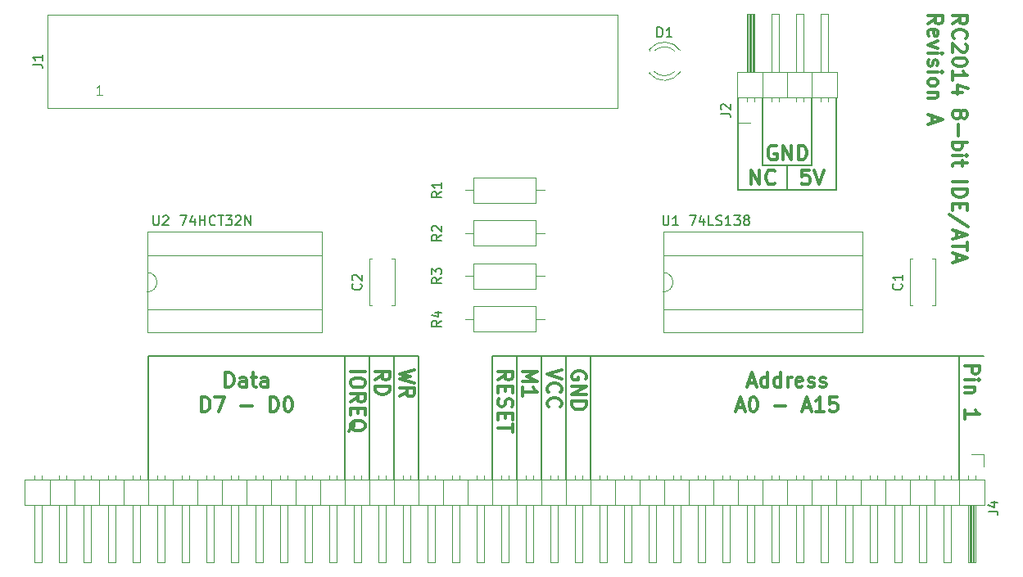
<source format=gto>
G04 #@! TF.FileFunction,Legend,Top*
%FSLAX46Y46*%
G04 Gerber Fmt 4.6, Leading zero omitted, Abs format (unit mm)*
G04 Created by KiCad (PCBNEW 4.0.6) date 05/15/17 21:17:45*
%MOMM*%
%LPD*%
G01*
G04 APERTURE LIST*
%ADD10C,0.100000*%
%ADD11C,0.200000*%
%ADD12C,0.300000*%
%ADD13C,0.120000*%
%ADD14C,0.150000*%
G04 APERTURE END LIST*
D10*
D11*
X190500000Y-104775000D02*
X190500000Y-95250000D01*
X200660000Y-104775000D02*
X200660000Y-95250000D01*
X190500000Y-104775000D02*
X200660000Y-104775000D01*
X195580000Y-104775000D02*
X195580000Y-102235000D01*
X198120000Y-102235000D02*
X198120000Y-95250000D01*
X193040000Y-102235000D02*
X193040000Y-95250000D01*
X198120000Y-102235000D02*
X193040000Y-102235000D01*
D12*
X212686429Y-87574286D02*
X213400714Y-87074286D01*
X212686429Y-86717143D02*
X214186429Y-86717143D01*
X214186429Y-87288571D01*
X214115000Y-87431429D01*
X214043571Y-87502857D01*
X213900714Y-87574286D01*
X213686429Y-87574286D01*
X213543571Y-87502857D01*
X213472143Y-87431429D01*
X213400714Y-87288571D01*
X213400714Y-86717143D01*
X212829286Y-89074286D02*
X212757857Y-89002857D01*
X212686429Y-88788571D01*
X212686429Y-88645714D01*
X212757857Y-88431429D01*
X212900714Y-88288571D01*
X213043571Y-88217143D01*
X213329286Y-88145714D01*
X213543571Y-88145714D01*
X213829286Y-88217143D01*
X213972143Y-88288571D01*
X214115000Y-88431429D01*
X214186429Y-88645714D01*
X214186429Y-88788571D01*
X214115000Y-89002857D01*
X214043571Y-89074286D01*
X214043571Y-89645714D02*
X214115000Y-89717143D01*
X214186429Y-89860000D01*
X214186429Y-90217143D01*
X214115000Y-90360000D01*
X214043571Y-90431429D01*
X213900714Y-90502857D01*
X213757857Y-90502857D01*
X213543571Y-90431429D01*
X212686429Y-89574286D01*
X212686429Y-90502857D01*
X214186429Y-91431428D02*
X214186429Y-91574285D01*
X214115000Y-91717142D01*
X214043571Y-91788571D01*
X213900714Y-91860000D01*
X213615000Y-91931428D01*
X213257857Y-91931428D01*
X212972143Y-91860000D01*
X212829286Y-91788571D01*
X212757857Y-91717142D01*
X212686429Y-91574285D01*
X212686429Y-91431428D01*
X212757857Y-91288571D01*
X212829286Y-91217142D01*
X212972143Y-91145714D01*
X213257857Y-91074285D01*
X213615000Y-91074285D01*
X213900714Y-91145714D01*
X214043571Y-91217142D01*
X214115000Y-91288571D01*
X214186429Y-91431428D01*
X212686429Y-93359999D02*
X212686429Y-92502856D01*
X212686429Y-92931428D02*
X214186429Y-92931428D01*
X213972143Y-92788571D01*
X213829286Y-92645713D01*
X213757857Y-92502856D01*
X213686429Y-94645713D02*
X212686429Y-94645713D01*
X214257857Y-94288570D02*
X213186429Y-93931427D01*
X213186429Y-94859999D01*
X213543571Y-96788570D02*
X213615000Y-96645712D01*
X213686429Y-96574284D01*
X213829286Y-96502855D01*
X213900714Y-96502855D01*
X214043571Y-96574284D01*
X214115000Y-96645712D01*
X214186429Y-96788570D01*
X214186429Y-97074284D01*
X214115000Y-97217141D01*
X214043571Y-97288570D01*
X213900714Y-97359998D01*
X213829286Y-97359998D01*
X213686429Y-97288570D01*
X213615000Y-97217141D01*
X213543571Y-97074284D01*
X213543571Y-96788570D01*
X213472143Y-96645712D01*
X213400714Y-96574284D01*
X213257857Y-96502855D01*
X212972143Y-96502855D01*
X212829286Y-96574284D01*
X212757857Y-96645712D01*
X212686429Y-96788570D01*
X212686429Y-97074284D01*
X212757857Y-97217141D01*
X212829286Y-97288570D01*
X212972143Y-97359998D01*
X213257857Y-97359998D01*
X213400714Y-97288570D01*
X213472143Y-97217141D01*
X213543571Y-97074284D01*
X213257857Y-98002855D02*
X213257857Y-99145712D01*
X212686429Y-99859998D02*
X214186429Y-99859998D01*
X213615000Y-99859998D02*
X213686429Y-100002855D01*
X213686429Y-100288569D01*
X213615000Y-100431426D01*
X213543571Y-100502855D01*
X213400714Y-100574284D01*
X212972143Y-100574284D01*
X212829286Y-100502855D01*
X212757857Y-100431426D01*
X212686429Y-100288569D01*
X212686429Y-100002855D01*
X212757857Y-99859998D01*
X212686429Y-101217141D02*
X213686429Y-101217141D01*
X214186429Y-101217141D02*
X214115000Y-101145712D01*
X214043571Y-101217141D01*
X214115000Y-101288569D01*
X214186429Y-101217141D01*
X214043571Y-101217141D01*
X213686429Y-101717141D02*
X213686429Y-102288570D01*
X214186429Y-101931427D02*
X212900714Y-101931427D01*
X212757857Y-102002855D01*
X212686429Y-102145713D01*
X212686429Y-102288570D01*
X212686429Y-103931427D02*
X214186429Y-103931427D01*
X212686429Y-104645713D02*
X214186429Y-104645713D01*
X214186429Y-105002856D01*
X214115000Y-105217141D01*
X213972143Y-105359999D01*
X213829286Y-105431427D01*
X213543571Y-105502856D01*
X213329286Y-105502856D01*
X213043571Y-105431427D01*
X212900714Y-105359999D01*
X212757857Y-105217141D01*
X212686429Y-105002856D01*
X212686429Y-104645713D01*
X213472143Y-106145713D02*
X213472143Y-106645713D01*
X212686429Y-106859999D02*
X212686429Y-106145713D01*
X214186429Y-106145713D01*
X214186429Y-106859999D01*
X214257857Y-108574284D02*
X212329286Y-107288570D01*
X213115000Y-109002856D02*
X213115000Y-109717142D01*
X212686429Y-108859999D02*
X214186429Y-109359999D01*
X212686429Y-109859999D01*
X214186429Y-110145713D02*
X214186429Y-111002856D01*
X212686429Y-110574285D02*
X214186429Y-110574285D01*
X213115000Y-111431427D02*
X213115000Y-112145713D01*
X212686429Y-111288570D02*
X214186429Y-111788570D01*
X212686429Y-112288570D01*
X210136429Y-87574286D02*
X210850714Y-87074286D01*
X210136429Y-86717143D02*
X211636429Y-86717143D01*
X211636429Y-87288571D01*
X211565000Y-87431429D01*
X211493571Y-87502857D01*
X211350714Y-87574286D01*
X211136429Y-87574286D01*
X210993571Y-87502857D01*
X210922143Y-87431429D01*
X210850714Y-87288571D01*
X210850714Y-86717143D01*
X210207857Y-88788571D02*
X210136429Y-88645714D01*
X210136429Y-88360000D01*
X210207857Y-88217143D01*
X210350714Y-88145714D01*
X210922143Y-88145714D01*
X211065000Y-88217143D01*
X211136429Y-88360000D01*
X211136429Y-88645714D01*
X211065000Y-88788571D01*
X210922143Y-88860000D01*
X210779286Y-88860000D01*
X210636429Y-88145714D01*
X211136429Y-89360000D02*
X210136429Y-89717143D01*
X211136429Y-90074285D01*
X210136429Y-90645714D02*
X211136429Y-90645714D01*
X211636429Y-90645714D02*
X211565000Y-90574285D01*
X211493571Y-90645714D01*
X211565000Y-90717142D01*
X211636429Y-90645714D01*
X211493571Y-90645714D01*
X210207857Y-91288571D02*
X210136429Y-91431428D01*
X210136429Y-91717143D01*
X210207857Y-91860000D01*
X210350714Y-91931428D01*
X210422143Y-91931428D01*
X210565000Y-91860000D01*
X210636429Y-91717143D01*
X210636429Y-91502857D01*
X210707857Y-91360000D01*
X210850714Y-91288571D01*
X210922143Y-91288571D01*
X211065000Y-91360000D01*
X211136429Y-91502857D01*
X211136429Y-91717143D01*
X211065000Y-91860000D01*
X210136429Y-92574286D02*
X211136429Y-92574286D01*
X211636429Y-92574286D02*
X211565000Y-92502857D01*
X211493571Y-92574286D01*
X211565000Y-92645714D01*
X211636429Y-92574286D01*
X211493571Y-92574286D01*
X210136429Y-93502858D02*
X210207857Y-93360000D01*
X210279286Y-93288572D01*
X210422143Y-93217143D01*
X210850714Y-93217143D01*
X210993571Y-93288572D01*
X211065000Y-93360000D01*
X211136429Y-93502858D01*
X211136429Y-93717143D01*
X211065000Y-93860000D01*
X210993571Y-93931429D01*
X210850714Y-94002858D01*
X210422143Y-94002858D01*
X210279286Y-93931429D01*
X210207857Y-93860000D01*
X210136429Y-93717143D01*
X210136429Y-93502858D01*
X211136429Y-94645715D02*
X210136429Y-94645715D01*
X210993571Y-94645715D02*
X211065000Y-94717143D01*
X211136429Y-94860001D01*
X211136429Y-95074286D01*
X211065000Y-95217143D01*
X210922143Y-95288572D01*
X210136429Y-95288572D01*
X210565000Y-97074286D02*
X210565000Y-97788572D01*
X210136429Y-96931429D02*
X211636429Y-97431429D01*
X210136429Y-97931429D01*
X191861429Y-104183571D02*
X191861429Y-102683571D01*
X192718572Y-104183571D01*
X192718572Y-102683571D01*
X194290001Y-104040714D02*
X194218572Y-104112143D01*
X194004286Y-104183571D01*
X193861429Y-104183571D01*
X193647144Y-104112143D01*
X193504286Y-103969286D01*
X193432858Y-103826429D01*
X193361429Y-103540714D01*
X193361429Y-103326429D01*
X193432858Y-103040714D01*
X193504286Y-102897857D01*
X193647144Y-102755000D01*
X193861429Y-102683571D01*
X194004286Y-102683571D01*
X194218572Y-102755000D01*
X194290001Y-102826429D01*
X197834287Y-102683571D02*
X197120001Y-102683571D01*
X197048572Y-103397857D01*
X197120001Y-103326429D01*
X197262858Y-103255000D01*
X197620001Y-103255000D01*
X197762858Y-103326429D01*
X197834287Y-103397857D01*
X197905715Y-103540714D01*
X197905715Y-103897857D01*
X197834287Y-104040714D01*
X197762858Y-104112143D01*
X197620001Y-104183571D01*
X197262858Y-104183571D01*
X197120001Y-104112143D01*
X197048572Y-104040714D01*
X198334286Y-102683571D02*
X198834286Y-104183571D01*
X199334286Y-102683571D01*
X194437143Y-100215000D02*
X194294286Y-100143571D01*
X194080000Y-100143571D01*
X193865715Y-100215000D01*
X193722857Y-100357857D01*
X193651429Y-100500714D01*
X193580000Y-100786429D01*
X193580000Y-101000714D01*
X193651429Y-101286429D01*
X193722857Y-101429286D01*
X193865715Y-101572143D01*
X194080000Y-101643571D01*
X194222857Y-101643571D01*
X194437143Y-101572143D01*
X194508572Y-101500714D01*
X194508572Y-101000714D01*
X194222857Y-101000714D01*
X195151429Y-101643571D02*
X195151429Y-100143571D01*
X196008572Y-101643571D01*
X196008572Y-100143571D01*
X196722858Y-101643571D02*
X196722858Y-100143571D01*
X197080001Y-100143571D01*
X197294286Y-100215000D01*
X197437144Y-100357857D01*
X197508572Y-100500714D01*
X197580001Y-100786429D01*
X197580001Y-101000714D01*
X197508572Y-101286429D01*
X197437144Y-101429286D01*
X197294286Y-101572143D01*
X197080001Y-101643571D01*
X196722858Y-101643571D01*
X150451429Y-123547143D02*
X151951429Y-123547143D01*
X151951429Y-124547143D02*
X151951429Y-124832857D01*
X151880000Y-124975715D01*
X151737143Y-125118572D01*
X151451429Y-125190000D01*
X150951429Y-125190000D01*
X150665714Y-125118572D01*
X150522857Y-124975715D01*
X150451429Y-124832857D01*
X150451429Y-124547143D01*
X150522857Y-124404286D01*
X150665714Y-124261429D01*
X150951429Y-124190000D01*
X151451429Y-124190000D01*
X151737143Y-124261429D01*
X151880000Y-124404286D01*
X151951429Y-124547143D01*
X150451429Y-126690001D02*
X151165714Y-126190001D01*
X150451429Y-125832858D02*
X151951429Y-125832858D01*
X151951429Y-126404286D01*
X151880000Y-126547144D01*
X151808571Y-126618572D01*
X151665714Y-126690001D01*
X151451429Y-126690001D01*
X151308571Y-126618572D01*
X151237143Y-126547144D01*
X151165714Y-126404286D01*
X151165714Y-125832858D01*
X151237143Y-127332858D02*
X151237143Y-127832858D01*
X150451429Y-128047144D02*
X150451429Y-127332858D01*
X151951429Y-127332858D01*
X151951429Y-128047144D01*
X150308571Y-129690001D02*
X150380000Y-129547144D01*
X150522857Y-129404287D01*
X150737143Y-129190001D01*
X150808571Y-129047144D01*
X150808571Y-128904287D01*
X150451429Y-128975715D02*
X150522857Y-128832858D01*
X150665714Y-128690001D01*
X150951429Y-128618572D01*
X151451429Y-128618572D01*
X151737143Y-128690001D01*
X151880000Y-128832858D01*
X151951429Y-128975715D01*
X151951429Y-129261429D01*
X151880000Y-129404287D01*
X151737143Y-129547144D01*
X151451429Y-129618572D01*
X150951429Y-129618572D01*
X150665714Y-129547144D01*
X150522857Y-129404287D01*
X150451429Y-129261429D01*
X150451429Y-128975715D01*
X152991429Y-124404286D02*
X153705714Y-123904286D01*
X152991429Y-123547143D02*
X154491429Y-123547143D01*
X154491429Y-124118571D01*
X154420000Y-124261429D01*
X154348571Y-124332857D01*
X154205714Y-124404286D01*
X153991429Y-124404286D01*
X153848571Y-124332857D01*
X153777143Y-124261429D01*
X153705714Y-124118571D01*
X153705714Y-123547143D01*
X152991429Y-125047143D02*
X154491429Y-125047143D01*
X154491429Y-125404286D01*
X154420000Y-125618571D01*
X154277143Y-125761429D01*
X154134286Y-125832857D01*
X153848571Y-125904286D01*
X153634286Y-125904286D01*
X153348571Y-125832857D01*
X153205714Y-125761429D01*
X153062857Y-125618571D01*
X152991429Y-125404286D01*
X152991429Y-125047143D01*
X157031429Y-123404286D02*
X155531429Y-123761429D01*
X156602857Y-124047143D01*
X155531429Y-124332857D01*
X157031429Y-124690000D01*
X155531429Y-126118572D02*
X156245714Y-125618572D01*
X155531429Y-125261429D02*
X157031429Y-125261429D01*
X157031429Y-125832857D01*
X156960000Y-125975715D01*
X156888571Y-126047143D01*
X156745714Y-126118572D01*
X156531429Y-126118572D01*
X156388571Y-126047143D01*
X156317143Y-125975715D01*
X156245714Y-125832857D01*
X156245714Y-125261429D01*
X165691429Y-124404286D02*
X166405714Y-123904286D01*
X165691429Y-123547143D02*
X167191429Y-123547143D01*
X167191429Y-124118571D01*
X167120000Y-124261429D01*
X167048571Y-124332857D01*
X166905714Y-124404286D01*
X166691429Y-124404286D01*
X166548571Y-124332857D01*
X166477143Y-124261429D01*
X166405714Y-124118571D01*
X166405714Y-123547143D01*
X166477143Y-125047143D02*
X166477143Y-125547143D01*
X165691429Y-125761429D02*
X165691429Y-125047143D01*
X167191429Y-125047143D01*
X167191429Y-125761429D01*
X165762857Y-126332857D02*
X165691429Y-126547143D01*
X165691429Y-126904286D01*
X165762857Y-127047143D01*
X165834286Y-127118572D01*
X165977143Y-127190000D01*
X166120000Y-127190000D01*
X166262857Y-127118572D01*
X166334286Y-127047143D01*
X166405714Y-126904286D01*
X166477143Y-126618572D01*
X166548571Y-126475714D01*
X166620000Y-126404286D01*
X166762857Y-126332857D01*
X166905714Y-126332857D01*
X167048571Y-126404286D01*
X167120000Y-126475714D01*
X167191429Y-126618572D01*
X167191429Y-126975714D01*
X167120000Y-127190000D01*
X166477143Y-127832857D02*
X166477143Y-128332857D01*
X165691429Y-128547143D02*
X165691429Y-127832857D01*
X167191429Y-127832857D01*
X167191429Y-128547143D01*
X167191429Y-128975714D02*
X167191429Y-129832857D01*
X165691429Y-129404286D02*
X167191429Y-129404286D01*
X168231429Y-123547143D02*
X169731429Y-123547143D01*
X168660000Y-124047143D01*
X169731429Y-124547143D01*
X168231429Y-124547143D01*
X168231429Y-126047143D02*
X168231429Y-125190000D01*
X168231429Y-125618572D02*
X169731429Y-125618572D01*
X169517143Y-125475715D01*
X169374286Y-125332857D01*
X169302857Y-125190000D01*
X172271429Y-123332857D02*
X170771429Y-123832857D01*
X172271429Y-124332857D01*
X170914286Y-125690000D02*
X170842857Y-125618571D01*
X170771429Y-125404285D01*
X170771429Y-125261428D01*
X170842857Y-125047143D01*
X170985714Y-124904285D01*
X171128571Y-124832857D01*
X171414286Y-124761428D01*
X171628571Y-124761428D01*
X171914286Y-124832857D01*
X172057143Y-124904285D01*
X172200000Y-125047143D01*
X172271429Y-125261428D01*
X172271429Y-125404285D01*
X172200000Y-125618571D01*
X172128571Y-125690000D01*
X170914286Y-127190000D02*
X170842857Y-127118571D01*
X170771429Y-126904285D01*
X170771429Y-126761428D01*
X170842857Y-126547143D01*
X170985714Y-126404285D01*
X171128571Y-126332857D01*
X171414286Y-126261428D01*
X171628571Y-126261428D01*
X171914286Y-126332857D01*
X172057143Y-126404285D01*
X172200000Y-126547143D01*
X172271429Y-126761428D01*
X172271429Y-126904285D01*
X172200000Y-127118571D01*
X172128571Y-127190000D01*
X174740000Y-124332857D02*
X174811429Y-124190000D01*
X174811429Y-123975714D01*
X174740000Y-123761429D01*
X174597143Y-123618571D01*
X174454286Y-123547143D01*
X174168571Y-123475714D01*
X173954286Y-123475714D01*
X173668571Y-123547143D01*
X173525714Y-123618571D01*
X173382857Y-123761429D01*
X173311429Y-123975714D01*
X173311429Y-124118571D01*
X173382857Y-124332857D01*
X173454286Y-124404286D01*
X173954286Y-124404286D01*
X173954286Y-124118571D01*
X173311429Y-125047143D02*
X174811429Y-125047143D01*
X173311429Y-125904286D01*
X174811429Y-125904286D01*
X173311429Y-126618572D02*
X174811429Y-126618572D01*
X174811429Y-126975715D01*
X174740000Y-127190000D01*
X174597143Y-127332858D01*
X174454286Y-127404286D01*
X174168571Y-127475715D01*
X173954286Y-127475715D01*
X173668571Y-127404286D01*
X173525714Y-127332858D01*
X173382857Y-127190000D01*
X173311429Y-126975715D01*
X173311429Y-126618572D01*
X137521429Y-125133571D02*
X137521429Y-123633571D01*
X137878572Y-123633571D01*
X138092857Y-123705000D01*
X138235715Y-123847857D01*
X138307143Y-123990714D01*
X138378572Y-124276429D01*
X138378572Y-124490714D01*
X138307143Y-124776429D01*
X138235715Y-124919286D01*
X138092857Y-125062143D01*
X137878572Y-125133571D01*
X137521429Y-125133571D01*
X139664286Y-125133571D02*
X139664286Y-124347857D01*
X139592857Y-124205000D01*
X139450000Y-124133571D01*
X139164286Y-124133571D01*
X139021429Y-124205000D01*
X139664286Y-125062143D02*
X139521429Y-125133571D01*
X139164286Y-125133571D01*
X139021429Y-125062143D01*
X138950000Y-124919286D01*
X138950000Y-124776429D01*
X139021429Y-124633571D01*
X139164286Y-124562143D01*
X139521429Y-124562143D01*
X139664286Y-124490714D01*
X140164286Y-124133571D02*
X140735715Y-124133571D01*
X140378572Y-123633571D02*
X140378572Y-124919286D01*
X140450000Y-125062143D01*
X140592858Y-125133571D01*
X140735715Y-125133571D01*
X141878572Y-125133571D02*
X141878572Y-124347857D01*
X141807143Y-124205000D01*
X141664286Y-124133571D01*
X141378572Y-124133571D01*
X141235715Y-124205000D01*
X141878572Y-125062143D02*
X141735715Y-125133571D01*
X141378572Y-125133571D01*
X141235715Y-125062143D01*
X141164286Y-124919286D01*
X141164286Y-124776429D01*
X141235715Y-124633571D01*
X141378572Y-124562143D01*
X141735715Y-124562143D01*
X141878572Y-124490714D01*
X135057144Y-127683571D02*
X135057144Y-126183571D01*
X135414287Y-126183571D01*
X135628572Y-126255000D01*
X135771430Y-126397857D01*
X135842858Y-126540714D01*
X135914287Y-126826429D01*
X135914287Y-127040714D01*
X135842858Y-127326429D01*
X135771430Y-127469286D01*
X135628572Y-127612143D01*
X135414287Y-127683571D01*
X135057144Y-127683571D01*
X136414287Y-126183571D02*
X137414287Y-126183571D01*
X136771430Y-127683571D01*
X139128572Y-127112143D02*
X140271429Y-127112143D01*
X142128572Y-127683571D02*
X142128572Y-126183571D01*
X142485715Y-126183571D01*
X142700000Y-126255000D01*
X142842858Y-126397857D01*
X142914286Y-126540714D01*
X142985715Y-126826429D01*
X142985715Y-127040714D01*
X142914286Y-127326429D01*
X142842858Y-127469286D01*
X142700000Y-127612143D01*
X142485715Y-127683571D01*
X142128572Y-127683571D01*
X143914286Y-126183571D02*
X144057143Y-126183571D01*
X144200000Y-126255000D01*
X144271429Y-126326429D01*
X144342858Y-126469286D01*
X144414286Y-126755000D01*
X144414286Y-127112143D01*
X144342858Y-127397857D01*
X144271429Y-127540714D01*
X144200000Y-127612143D01*
X144057143Y-127683571D01*
X143914286Y-127683571D01*
X143771429Y-127612143D01*
X143700000Y-127540714D01*
X143628572Y-127397857D01*
X143557143Y-127112143D01*
X143557143Y-126755000D01*
X143628572Y-126469286D01*
X143700000Y-126326429D01*
X143771429Y-126255000D01*
X143914286Y-126183571D01*
X191544286Y-124705000D02*
X192258572Y-124705000D01*
X191401429Y-125133571D02*
X191901429Y-123633571D01*
X192401429Y-125133571D01*
X193544286Y-125133571D02*
X193544286Y-123633571D01*
X193544286Y-125062143D02*
X193401429Y-125133571D01*
X193115715Y-125133571D01*
X192972857Y-125062143D01*
X192901429Y-124990714D01*
X192830000Y-124847857D01*
X192830000Y-124419286D01*
X192901429Y-124276429D01*
X192972857Y-124205000D01*
X193115715Y-124133571D01*
X193401429Y-124133571D01*
X193544286Y-124205000D01*
X194901429Y-125133571D02*
X194901429Y-123633571D01*
X194901429Y-125062143D02*
X194758572Y-125133571D01*
X194472858Y-125133571D01*
X194330000Y-125062143D01*
X194258572Y-124990714D01*
X194187143Y-124847857D01*
X194187143Y-124419286D01*
X194258572Y-124276429D01*
X194330000Y-124205000D01*
X194472858Y-124133571D01*
X194758572Y-124133571D01*
X194901429Y-124205000D01*
X195615715Y-125133571D02*
X195615715Y-124133571D01*
X195615715Y-124419286D02*
X195687143Y-124276429D01*
X195758572Y-124205000D01*
X195901429Y-124133571D01*
X196044286Y-124133571D01*
X197115714Y-125062143D02*
X196972857Y-125133571D01*
X196687143Y-125133571D01*
X196544286Y-125062143D01*
X196472857Y-124919286D01*
X196472857Y-124347857D01*
X196544286Y-124205000D01*
X196687143Y-124133571D01*
X196972857Y-124133571D01*
X197115714Y-124205000D01*
X197187143Y-124347857D01*
X197187143Y-124490714D01*
X196472857Y-124633571D01*
X197758571Y-125062143D02*
X197901428Y-125133571D01*
X198187143Y-125133571D01*
X198330000Y-125062143D01*
X198401428Y-124919286D01*
X198401428Y-124847857D01*
X198330000Y-124705000D01*
X198187143Y-124633571D01*
X197972857Y-124633571D01*
X197830000Y-124562143D01*
X197758571Y-124419286D01*
X197758571Y-124347857D01*
X197830000Y-124205000D01*
X197972857Y-124133571D01*
X198187143Y-124133571D01*
X198330000Y-124205000D01*
X198972857Y-125062143D02*
X199115714Y-125133571D01*
X199401429Y-125133571D01*
X199544286Y-125062143D01*
X199615714Y-124919286D01*
X199615714Y-124847857D01*
X199544286Y-124705000D01*
X199401429Y-124633571D01*
X199187143Y-124633571D01*
X199044286Y-124562143D01*
X198972857Y-124419286D01*
X198972857Y-124347857D01*
X199044286Y-124205000D01*
X199187143Y-124133571D01*
X199401429Y-124133571D01*
X199544286Y-124205000D01*
X190365715Y-127255000D02*
X191080001Y-127255000D01*
X190222858Y-127683571D02*
X190722858Y-126183571D01*
X191222858Y-127683571D01*
X192008572Y-126183571D02*
X192151429Y-126183571D01*
X192294286Y-126255000D01*
X192365715Y-126326429D01*
X192437144Y-126469286D01*
X192508572Y-126755000D01*
X192508572Y-127112143D01*
X192437144Y-127397857D01*
X192365715Y-127540714D01*
X192294286Y-127612143D01*
X192151429Y-127683571D01*
X192008572Y-127683571D01*
X191865715Y-127612143D01*
X191794286Y-127540714D01*
X191722858Y-127397857D01*
X191651429Y-127112143D01*
X191651429Y-126755000D01*
X191722858Y-126469286D01*
X191794286Y-126326429D01*
X191865715Y-126255000D01*
X192008572Y-126183571D01*
X194294286Y-127112143D02*
X195437143Y-127112143D01*
X197222857Y-127255000D02*
X197937143Y-127255000D01*
X197080000Y-127683571D02*
X197580000Y-126183571D01*
X198080000Y-127683571D01*
X199365714Y-127683571D02*
X198508571Y-127683571D01*
X198937143Y-127683571D02*
X198937143Y-126183571D01*
X198794286Y-126397857D01*
X198651428Y-126540714D01*
X198508571Y-126612143D01*
X200722857Y-126183571D02*
X200008571Y-126183571D01*
X199937142Y-126897857D01*
X200008571Y-126826429D01*
X200151428Y-126755000D01*
X200508571Y-126755000D01*
X200651428Y-126826429D01*
X200722857Y-126897857D01*
X200794285Y-127040714D01*
X200794285Y-127397857D01*
X200722857Y-127540714D01*
X200651428Y-127612143D01*
X200508571Y-127683571D01*
X200151428Y-127683571D01*
X200008571Y-127612143D01*
X199937142Y-127540714D01*
D11*
X129540000Y-121920000D02*
X129540000Y-134620000D01*
X149860000Y-121920000D02*
X129540000Y-121920000D01*
X149860000Y-121920000D02*
X149860000Y-134620000D01*
X152400000Y-121920000D02*
X149860000Y-121920000D01*
X152400000Y-121920000D02*
X152400000Y-134620000D01*
X154940000Y-121920000D02*
X152400000Y-121920000D01*
X154940000Y-121920000D02*
X154940000Y-134620000D01*
X157480000Y-121920000D02*
X154940000Y-121920000D01*
X157480000Y-134620000D02*
X157480000Y-121920000D01*
X165100000Y-121920000D02*
X167640000Y-121920000D01*
X165100000Y-134620000D02*
X165100000Y-121920000D01*
X167640000Y-121920000D02*
X170180000Y-121920000D01*
X167640000Y-134620000D02*
X167640000Y-121920000D01*
X175260000Y-121920000D02*
X213360000Y-121920000D01*
X175260000Y-121920000D02*
X175260000Y-134620000D01*
X172720000Y-121920000D02*
X175260000Y-121920000D01*
X172720000Y-121920000D02*
X172720000Y-134620000D01*
X170180000Y-121920000D02*
X172720000Y-121920000D01*
X170180000Y-134620000D02*
X170180000Y-121920000D01*
D12*
X213951429Y-122912143D02*
X215451429Y-122912143D01*
X215451429Y-123483571D01*
X215380000Y-123626429D01*
X215308571Y-123697857D01*
X215165714Y-123769286D01*
X214951429Y-123769286D01*
X214808571Y-123697857D01*
X214737143Y-123626429D01*
X214665714Y-123483571D01*
X214665714Y-122912143D01*
X213951429Y-124412143D02*
X214951429Y-124412143D01*
X215451429Y-124412143D02*
X215380000Y-124340714D01*
X215308571Y-124412143D01*
X215380000Y-124483571D01*
X215451429Y-124412143D01*
X215308571Y-124412143D01*
X214951429Y-125126429D02*
X213951429Y-125126429D01*
X214808571Y-125126429D02*
X214880000Y-125197857D01*
X214951429Y-125340715D01*
X214951429Y-125555000D01*
X214880000Y-125697857D01*
X214737143Y-125769286D01*
X213951429Y-125769286D01*
X213951429Y-128412143D02*
X213951429Y-127555000D01*
X213951429Y-127983572D02*
X215451429Y-127983572D01*
X215237143Y-127840715D01*
X215094286Y-127697857D01*
X215022857Y-127555000D01*
D11*
X213360000Y-121920000D02*
X213360000Y-134620000D01*
X215900000Y-121920000D02*
X213360000Y-121920000D01*
D13*
X210860000Y-111850000D02*
X210860000Y-116670000D01*
X208240000Y-111850000D02*
X208240000Y-116670000D01*
X210860000Y-111850000D02*
X210546000Y-111850000D01*
X208554000Y-111850000D02*
X208240000Y-111850000D01*
X210860000Y-116670000D02*
X210546000Y-116670000D01*
X208554000Y-116670000D02*
X208240000Y-116670000D01*
X119130000Y-86640000D02*
X178050000Y-86640000D01*
X178050000Y-86640000D02*
X178050000Y-96240000D01*
X178050000Y-96240000D02*
X119130000Y-96240000D01*
X119130000Y-96240000D02*
X119130000Y-86640000D01*
X190440000Y-95180000D02*
X193040000Y-95180000D01*
X193040000Y-95180000D02*
X193040000Y-92560000D01*
X193040000Y-92560000D02*
X190440000Y-92560000D01*
X190440000Y-92560000D02*
X190440000Y-95180000D01*
X191390000Y-92560000D02*
X192150000Y-92560000D01*
X192150000Y-92560000D02*
X192150000Y-86560000D01*
X192150000Y-86560000D02*
X191390000Y-86560000D01*
X191390000Y-86560000D02*
X191390000Y-92560000D01*
X191390000Y-95610000D02*
X191390000Y-95180000D01*
X192150000Y-95610000D02*
X192150000Y-95180000D01*
X191510000Y-92560000D02*
X191510000Y-86560000D01*
X191630000Y-92560000D02*
X191630000Y-86560000D01*
X191750000Y-92560000D02*
X191750000Y-86560000D01*
X191870000Y-92560000D02*
X191870000Y-86560000D01*
X191990000Y-92560000D02*
X191990000Y-86560000D01*
X192110000Y-92560000D02*
X192110000Y-86560000D01*
X193040000Y-95180000D02*
X195580000Y-95180000D01*
X195580000Y-95180000D02*
X195580000Y-92560000D01*
X195580000Y-92560000D02*
X193040000Y-92560000D01*
X193040000Y-92560000D02*
X193040000Y-95180000D01*
X193930000Y-92560000D02*
X194690000Y-92560000D01*
X194690000Y-92560000D02*
X194690000Y-86560000D01*
X194690000Y-86560000D02*
X193930000Y-86560000D01*
X193930000Y-86560000D02*
X193930000Y-92560000D01*
X193930000Y-95610000D02*
X193930000Y-95180000D01*
X194690000Y-95610000D02*
X194690000Y-95180000D01*
X195580000Y-95180000D02*
X198120000Y-95180000D01*
X198120000Y-95180000D02*
X198120000Y-92560000D01*
X198120000Y-92560000D02*
X195580000Y-92560000D01*
X195580000Y-92560000D02*
X195580000Y-95180000D01*
X196470000Y-92560000D02*
X197230000Y-92560000D01*
X197230000Y-92560000D02*
X197230000Y-86560000D01*
X197230000Y-86560000D02*
X196470000Y-86560000D01*
X196470000Y-86560000D02*
X196470000Y-92560000D01*
X196470000Y-95610000D02*
X196470000Y-95180000D01*
X197230000Y-95610000D02*
X197230000Y-95180000D01*
X198120000Y-95180000D02*
X200720000Y-95180000D01*
X200720000Y-95180000D02*
X200720000Y-92560000D01*
X200720000Y-92560000D02*
X198120000Y-92560000D01*
X198120000Y-92560000D02*
X198120000Y-95180000D01*
X199010000Y-92560000D02*
X199770000Y-92560000D01*
X199770000Y-92560000D02*
X199770000Y-86560000D01*
X199770000Y-86560000D02*
X199010000Y-86560000D01*
X199010000Y-86560000D02*
X199010000Y-92560000D01*
X199010000Y-95610000D02*
X199010000Y-95180000D01*
X199770000Y-95610000D02*
X199770000Y-95180000D01*
X191770000Y-97790000D02*
X190500000Y-97790000D01*
X190500000Y-97790000D02*
X190500000Y-96520000D01*
X215960000Y-134690000D02*
X213360000Y-134690000D01*
X213360000Y-134690000D02*
X213360000Y-137310000D01*
X213360000Y-137310000D02*
X215960000Y-137310000D01*
X215960000Y-137310000D02*
X215960000Y-134690000D01*
X215010000Y-137310000D02*
X214250000Y-137310000D01*
X214250000Y-137310000D02*
X214250000Y-143310000D01*
X214250000Y-143310000D02*
X215010000Y-143310000D01*
X215010000Y-143310000D02*
X215010000Y-137310000D01*
X215010000Y-134260000D02*
X215010000Y-134690000D01*
X214250000Y-134260000D02*
X214250000Y-134690000D01*
X214890000Y-137310000D02*
X214890000Y-143310000D01*
X214770000Y-137310000D02*
X214770000Y-143310000D01*
X214650000Y-137310000D02*
X214650000Y-143310000D01*
X214530000Y-137310000D02*
X214530000Y-143310000D01*
X214410000Y-137310000D02*
X214410000Y-143310000D01*
X214290000Y-137310000D02*
X214290000Y-143310000D01*
X213360000Y-134690000D02*
X210820000Y-134690000D01*
X210820000Y-134690000D02*
X210820000Y-137310000D01*
X210820000Y-137310000D02*
X213360000Y-137310000D01*
X213360000Y-137310000D02*
X213360000Y-134690000D01*
X212470000Y-137310000D02*
X211710000Y-137310000D01*
X211710000Y-137310000D02*
X211710000Y-143310000D01*
X211710000Y-143310000D02*
X212470000Y-143310000D01*
X212470000Y-143310000D02*
X212470000Y-137310000D01*
X212470000Y-134260000D02*
X212470000Y-134690000D01*
X211710000Y-134260000D02*
X211710000Y-134690000D01*
X210820000Y-134690000D02*
X208280000Y-134690000D01*
X208280000Y-134690000D02*
X208280000Y-137310000D01*
X208280000Y-137310000D02*
X210820000Y-137310000D01*
X210820000Y-137310000D02*
X210820000Y-134690000D01*
X209930000Y-137310000D02*
X209170000Y-137310000D01*
X209170000Y-137310000D02*
X209170000Y-143310000D01*
X209170000Y-143310000D02*
X209930000Y-143310000D01*
X209930000Y-143310000D02*
X209930000Y-137310000D01*
X209930000Y-134260000D02*
X209930000Y-134690000D01*
X209170000Y-134260000D02*
X209170000Y-134690000D01*
X208280000Y-134690000D02*
X205740000Y-134690000D01*
X205740000Y-134690000D02*
X205740000Y-137310000D01*
X205740000Y-137310000D02*
X208280000Y-137310000D01*
X208280000Y-137310000D02*
X208280000Y-134690000D01*
X207390000Y-137310000D02*
X206630000Y-137310000D01*
X206630000Y-137310000D02*
X206630000Y-143310000D01*
X206630000Y-143310000D02*
X207390000Y-143310000D01*
X207390000Y-143310000D02*
X207390000Y-137310000D01*
X207390000Y-134260000D02*
X207390000Y-134690000D01*
X206630000Y-134260000D02*
X206630000Y-134690000D01*
X205740000Y-134690000D02*
X203200000Y-134690000D01*
X203200000Y-134690000D02*
X203200000Y-137310000D01*
X203200000Y-137310000D02*
X205740000Y-137310000D01*
X205740000Y-137310000D02*
X205740000Y-134690000D01*
X204850000Y-137310000D02*
X204090000Y-137310000D01*
X204090000Y-137310000D02*
X204090000Y-143310000D01*
X204090000Y-143310000D02*
X204850000Y-143310000D01*
X204850000Y-143310000D02*
X204850000Y-137310000D01*
X204850000Y-134260000D02*
X204850000Y-134690000D01*
X204090000Y-134260000D02*
X204090000Y-134690000D01*
X203200000Y-134690000D02*
X200660000Y-134690000D01*
X200660000Y-134690000D02*
X200660000Y-137310000D01*
X200660000Y-137310000D02*
X203200000Y-137310000D01*
X203200000Y-137310000D02*
X203200000Y-134690000D01*
X202310000Y-137310000D02*
X201550000Y-137310000D01*
X201550000Y-137310000D02*
X201550000Y-143310000D01*
X201550000Y-143310000D02*
X202310000Y-143310000D01*
X202310000Y-143310000D02*
X202310000Y-137310000D01*
X202310000Y-134260000D02*
X202310000Y-134690000D01*
X201550000Y-134260000D02*
X201550000Y-134690000D01*
X200660000Y-134690000D02*
X198120000Y-134690000D01*
X198120000Y-134690000D02*
X198120000Y-137310000D01*
X198120000Y-137310000D02*
X200660000Y-137310000D01*
X200660000Y-137310000D02*
X200660000Y-134690000D01*
X199770000Y-137310000D02*
X199010000Y-137310000D01*
X199010000Y-137310000D02*
X199010000Y-143310000D01*
X199010000Y-143310000D02*
X199770000Y-143310000D01*
X199770000Y-143310000D02*
X199770000Y-137310000D01*
X199770000Y-134260000D02*
X199770000Y-134690000D01*
X199010000Y-134260000D02*
X199010000Y-134690000D01*
X198120000Y-134690000D02*
X195580000Y-134690000D01*
X195580000Y-134690000D02*
X195580000Y-137310000D01*
X195580000Y-137310000D02*
X198120000Y-137310000D01*
X198120000Y-137310000D02*
X198120000Y-134690000D01*
X197230000Y-137310000D02*
X196470000Y-137310000D01*
X196470000Y-137310000D02*
X196470000Y-143310000D01*
X196470000Y-143310000D02*
X197230000Y-143310000D01*
X197230000Y-143310000D02*
X197230000Y-137310000D01*
X197230000Y-134260000D02*
X197230000Y-134690000D01*
X196470000Y-134260000D02*
X196470000Y-134690000D01*
X195580000Y-134690000D02*
X193040000Y-134690000D01*
X193040000Y-134690000D02*
X193040000Y-137310000D01*
X193040000Y-137310000D02*
X195580000Y-137310000D01*
X195580000Y-137310000D02*
X195580000Y-134690000D01*
X194690000Y-137310000D02*
X193930000Y-137310000D01*
X193930000Y-137310000D02*
X193930000Y-143310000D01*
X193930000Y-143310000D02*
X194690000Y-143310000D01*
X194690000Y-143310000D02*
X194690000Y-137310000D01*
X194690000Y-134260000D02*
X194690000Y-134690000D01*
X193930000Y-134260000D02*
X193930000Y-134690000D01*
X193040000Y-134690000D02*
X190500000Y-134690000D01*
X190500000Y-134690000D02*
X190500000Y-137310000D01*
X190500000Y-137310000D02*
X193040000Y-137310000D01*
X193040000Y-137310000D02*
X193040000Y-134690000D01*
X192150000Y-137310000D02*
X191390000Y-137310000D01*
X191390000Y-137310000D02*
X191390000Y-143310000D01*
X191390000Y-143310000D02*
X192150000Y-143310000D01*
X192150000Y-143310000D02*
X192150000Y-137310000D01*
X192150000Y-134260000D02*
X192150000Y-134690000D01*
X191390000Y-134260000D02*
X191390000Y-134690000D01*
X190500000Y-134690000D02*
X187960000Y-134690000D01*
X187960000Y-134690000D02*
X187960000Y-137310000D01*
X187960000Y-137310000D02*
X190500000Y-137310000D01*
X190500000Y-137310000D02*
X190500000Y-134690000D01*
X189610000Y-137310000D02*
X188850000Y-137310000D01*
X188850000Y-137310000D02*
X188850000Y-143310000D01*
X188850000Y-143310000D02*
X189610000Y-143310000D01*
X189610000Y-143310000D02*
X189610000Y-137310000D01*
X189610000Y-134260000D02*
X189610000Y-134690000D01*
X188850000Y-134260000D02*
X188850000Y-134690000D01*
X187960000Y-134690000D02*
X185420000Y-134690000D01*
X185420000Y-134690000D02*
X185420000Y-137310000D01*
X185420000Y-137310000D02*
X187960000Y-137310000D01*
X187960000Y-137310000D02*
X187960000Y-134690000D01*
X187070000Y-137310000D02*
X186310000Y-137310000D01*
X186310000Y-137310000D02*
X186310000Y-143310000D01*
X186310000Y-143310000D02*
X187070000Y-143310000D01*
X187070000Y-143310000D02*
X187070000Y-137310000D01*
X187070000Y-134260000D02*
X187070000Y-134690000D01*
X186310000Y-134260000D02*
X186310000Y-134690000D01*
X185420000Y-134690000D02*
X182880000Y-134690000D01*
X182880000Y-134690000D02*
X182880000Y-137310000D01*
X182880000Y-137310000D02*
X185420000Y-137310000D01*
X185420000Y-137310000D02*
X185420000Y-134690000D01*
X184530000Y-137310000D02*
X183770000Y-137310000D01*
X183770000Y-137310000D02*
X183770000Y-143310000D01*
X183770000Y-143310000D02*
X184530000Y-143310000D01*
X184530000Y-143310000D02*
X184530000Y-137310000D01*
X184530000Y-134260000D02*
X184530000Y-134690000D01*
X183770000Y-134260000D02*
X183770000Y-134690000D01*
X182880000Y-134690000D02*
X180340000Y-134690000D01*
X180340000Y-134690000D02*
X180340000Y-137310000D01*
X180340000Y-137310000D02*
X182880000Y-137310000D01*
X182880000Y-137310000D02*
X182880000Y-134690000D01*
X181990000Y-137310000D02*
X181230000Y-137310000D01*
X181230000Y-137310000D02*
X181230000Y-143310000D01*
X181230000Y-143310000D02*
X181990000Y-143310000D01*
X181990000Y-143310000D02*
X181990000Y-137310000D01*
X181990000Y-134260000D02*
X181990000Y-134690000D01*
X181230000Y-134260000D02*
X181230000Y-134690000D01*
X180340000Y-134690000D02*
X177800000Y-134690000D01*
X177800000Y-134690000D02*
X177800000Y-137310000D01*
X177800000Y-137310000D02*
X180340000Y-137310000D01*
X180340000Y-137310000D02*
X180340000Y-134690000D01*
X179450000Y-137310000D02*
X178690000Y-137310000D01*
X178690000Y-137310000D02*
X178690000Y-143310000D01*
X178690000Y-143310000D02*
X179450000Y-143310000D01*
X179450000Y-143310000D02*
X179450000Y-137310000D01*
X179450000Y-134260000D02*
X179450000Y-134690000D01*
X178690000Y-134260000D02*
X178690000Y-134690000D01*
X177800000Y-134690000D02*
X175260000Y-134690000D01*
X175260000Y-134690000D02*
X175260000Y-137310000D01*
X175260000Y-137310000D02*
X177800000Y-137310000D01*
X177800000Y-137310000D02*
X177800000Y-134690000D01*
X176910000Y-137310000D02*
X176150000Y-137310000D01*
X176150000Y-137310000D02*
X176150000Y-143310000D01*
X176150000Y-143310000D02*
X176910000Y-143310000D01*
X176910000Y-143310000D02*
X176910000Y-137310000D01*
X176910000Y-134260000D02*
X176910000Y-134690000D01*
X176150000Y-134260000D02*
X176150000Y-134690000D01*
X175260000Y-134690000D02*
X172720000Y-134690000D01*
X172720000Y-134690000D02*
X172720000Y-137310000D01*
X172720000Y-137310000D02*
X175260000Y-137310000D01*
X175260000Y-137310000D02*
X175260000Y-134690000D01*
X174370000Y-137310000D02*
X173610000Y-137310000D01*
X173610000Y-137310000D02*
X173610000Y-143310000D01*
X173610000Y-143310000D02*
X174370000Y-143310000D01*
X174370000Y-143310000D02*
X174370000Y-137310000D01*
X174370000Y-134260000D02*
X174370000Y-134690000D01*
X173610000Y-134260000D02*
X173610000Y-134690000D01*
X172720000Y-134690000D02*
X170180000Y-134690000D01*
X170180000Y-134690000D02*
X170180000Y-137310000D01*
X170180000Y-137310000D02*
X172720000Y-137310000D01*
X172720000Y-137310000D02*
X172720000Y-134690000D01*
X171830000Y-137310000D02*
X171070000Y-137310000D01*
X171070000Y-137310000D02*
X171070000Y-143310000D01*
X171070000Y-143310000D02*
X171830000Y-143310000D01*
X171830000Y-143310000D02*
X171830000Y-137310000D01*
X171830000Y-134260000D02*
X171830000Y-134690000D01*
X171070000Y-134260000D02*
X171070000Y-134690000D01*
X170180000Y-134690000D02*
X167640000Y-134690000D01*
X167640000Y-134690000D02*
X167640000Y-137310000D01*
X167640000Y-137310000D02*
X170180000Y-137310000D01*
X170180000Y-137310000D02*
X170180000Y-134690000D01*
X169290000Y-137310000D02*
X168530000Y-137310000D01*
X168530000Y-137310000D02*
X168530000Y-143310000D01*
X168530000Y-143310000D02*
X169290000Y-143310000D01*
X169290000Y-143310000D02*
X169290000Y-137310000D01*
X169290000Y-134260000D02*
X169290000Y-134690000D01*
X168530000Y-134260000D02*
X168530000Y-134690000D01*
X167640000Y-134690000D02*
X165100000Y-134690000D01*
X165100000Y-134690000D02*
X165100000Y-137310000D01*
X165100000Y-137310000D02*
X167640000Y-137310000D01*
X167640000Y-137310000D02*
X167640000Y-134690000D01*
X166750000Y-137310000D02*
X165990000Y-137310000D01*
X165990000Y-137310000D02*
X165990000Y-143310000D01*
X165990000Y-143310000D02*
X166750000Y-143310000D01*
X166750000Y-143310000D02*
X166750000Y-137310000D01*
X166750000Y-134260000D02*
X166750000Y-134690000D01*
X165990000Y-134260000D02*
X165990000Y-134690000D01*
X165100000Y-134690000D02*
X162560000Y-134690000D01*
X162560000Y-134690000D02*
X162560000Y-137310000D01*
X162560000Y-137310000D02*
X165100000Y-137310000D01*
X165100000Y-137310000D02*
X165100000Y-134690000D01*
X164210000Y-137310000D02*
X163450000Y-137310000D01*
X163450000Y-137310000D02*
X163450000Y-143310000D01*
X163450000Y-143310000D02*
X164210000Y-143310000D01*
X164210000Y-143310000D02*
X164210000Y-137310000D01*
X164210000Y-134260000D02*
X164210000Y-134690000D01*
X163450000Y-134260000D02*
X163450000Y-134690000D01*
X162560000Y-134690000D02*
X160020000Y-134690000D01*
X160020000Y-134690000D02*
X160020000Y-137310000D01*
X160020000Y-137310000D02*
X162560000Y-137310000D01*
X162560000Y-137310000D02*
X162560000Y-134690000D01*
X161670000Y-137310000D02*
X160910000Y-137310000D01*
X160910000Y-137310000D02*
X160910000Y-143310000D01*
X160910000Y-143310000D02*
X161670000Y-143310000D01*
X161670000Y-143310000D02*
X161670000Y-137310000D01*
X161670000Y-134260000D02*
X161670000Y-134690000D01*
X160910000Y-134260000D02*
X160910000Y-134690000D01*
X160020000Y-134690000D02*
X157480000Y-134690000D01*
X157480000Y-134690000D02*
X157480000Y-137310000D01*
X157480000Y-137310000D02*
X160020000Y-137310000D01*
X160020000Y-137310000D02*
X160020000Y-134690000D01*
X159130000Y-137310000D02*
X158370000Y-137310000D01*
X158370000Y-137310000D02*
X158370000Y-143310000D01*
X158370000Y-143310000D02*
X159130000Y-143310000D01*
X159130000Y-143310000D02*
X159130000Y-137310000D01*
X159130000Y-134260000D02*
X159130000Y-134690000D01*
X158370000Y-134260000D02*
X158370000Y-134690000D01*
X157480000Y-134690000D02*
X154940000Y-134690000D01*
X154940000Y-134690000D02*
X154940000Y-137310000D01*
X154940000Y-137310000D02*
X157480000Y-137310000D01*
X157480000Y-137310000D02*
X157480000Y-134690000D01*
X156590000Y-137310000D02*
X155830000Y-137310000D01*
X155830000Y-137310000D02*
X155830000Y-143310000D01*
X155830000Y-143310000D02*
X156590000Y-143310000D01*
X156590000Y-143310000D02*
X156590000Y-137310000D01*
X156590000Y-134260000D02*
X156590000Y-134690000D01*
X155830000Y-134260000D02*
X155830000Y-134690000D01*
X154940000Y-134690000D02*
X152400000Y-134690000D01*
X152400000Y-134690000D02*
X152400000Y-137310000D01*
X152400000Y-137310000D02*
X154940000Y-137310000D01*
X154940000Y-137310000D02*
X154940000Y-134690000D01*
X154050000Y-137310000D02*
X153290000Y-137310000D01*
X153290000Y-137310000D02*
X153290000Y-143310000D01*
X153290000Y-143310000D02*
X154050000Y-143310000D01*
X154050000Y-143310000D02*
X154050000Y-137310000D01*
X154050000Y-134260000D02*
X154050000Y-134690000D01*
X153290000Y-134260000D02*
X153290000Y-134690000D01*
X152400000Y-134690000D02*
X149860000Y-134690000D01*
X149860000Y-134690000D02*
X149860000Y-137310000D01*
X149860000Y-137310000D02*
X152400000Y-137310000D01*
X152400000Y-137310000D02*
X152400000Y-134690000D01*
X151510000Y-137310000D02*
X150750000Y-137310000D01*
X150750000Y-137310000D02*
X150750000Y-143310000D01*
X150750000Y-143310000D02*
X151510000Y-143310000D01*
X151510000Y-143310000D02*
X151510000Y-137310000D01*
X151510000Y-134260000D02*
X151510000Y-134690000D01*
X150750000Y-134260000D02*
X150750000Y-134690000D01*
X149860000Y-134690000D02*
X147320000Y-134690000D01*
X147320000Y-134690000D02*
X147320000Y-137310000D01*
X147320000Y-137310000D02*
X149860000Y-137310000D01*
X149860000Y-137310000D02*
X149860000Y-134690000D01*
X148970000Y-137310000D02*
X148210000Y-137310000D01*
X148210000Y-137310000D02*
X148210000Y-143310000D01*
X148210000Y-143310000D02*
X148970000Y-143310000D01*
X148970000Y-143310000D02*
X148970000Y-137310000D01*
X148970000Y-134260000D02*
X148970000Y-134690000D01*
X148210000Y-134260000D02*
X148210000Y-134690000D01*
X147320000Y-134690000D02*
X144780000Y-134690000D01*
X144780000Y-134690000D02*
X144780000Y-137310000D01*
X144780000Y-137310000D02*
X147320000Y-137310000D01*
X147320000Y-137310000D02*
X147320000Y-134690000D01*
X146430000Y-137310000D02*
X145670000Y-137310000D01*
X145670000Y-137310000D02*
X145670000Y-143310000D01*
X145670000Y-143310000D02*
X146430000Y-143310000D01*
X146430000Y-143310000D02*
X146430000Y-137310000D01*
X146430000Y-134260000D02*
X146430000Y-134690000D01*
X145670000Y-134260000D02*
X145670000Y-134690000D01*
X144780000Y-134690000D02*
X142240000Y-134690000D01*
X142240000Y-134690000D02*
X142240000Y-137310000D01*
X142240000Y-137310000D02*
X144780000Y-137310000D01*
X144780000Y-137310000D02*
X144780000Y-134690000D01*
X143890000Y-137310000D02*
X143130000Y-137310000D01*
X143130000Y-137310000D02*
X143130000Y-143310000D01*
X143130000Y-143310000D02*
X143890000Y-143310000D01*
X143890000Y-143310000D02*
X143890000Y-137310000D01*
X143890000Y-134260000D02*
X143890000Y-134690000D01*
X143130000Y-134260000D02*
X143130000Y-134690000D01*
X142240000Y-134690000D02*
X139700000Y-134690000D01*
X139700000Y-134690000D02*
X139700000Y-137310000D01*
X139700000Y-137310000D02*
X142240000Y-137310000D01*
X142240000Y-137310000D02*
X142240000Y-134690000D01*
X141350000Y-137310000D02*
X140590000Y-137310000D01*
X140590000Y-137310000D02*
X140590000Y-143310000D01*
X140590000Y-143310000D02*
X141350000Y-143310000D01*
X141350000Y-143310000D02*
X141350000Y-137310000D01*
X141350000Y-134260000D02*
X141350000Y-134690000D01*
X140590000Y-134260000D02*
X140590000Y-134690000D01*
X139700000Y-134690000D02*
X137160000Y-134690000D01*
X137160000Y-134690000D02*
X137160000Y-137310000D01*
X137160000Y-137310000D02*
X139700000Y-137310000D01*
X139700000Y-137310000D02*
X139700000Y-134690000D01*
X138810000Y-137310000D02*
X138050000Y-137310000D01*
X138050000Y-137310000D02*
X138050000Y-143310000D01*
X138050000Y-143310000D02*
X138810000Y-143310000D01*
X138810000Y-143310000D02*
X138810000Y-137310000D01*
X138810000Y-134260000D02*
X138810000Y-134690000D01*
X138050000Y-134260000D02*
X138050000Y-134690000D01*
X137160000Y-134690000D02*
X134620000Y-134690000D01*
X134620000Y-134690000D02*
X134620000Y-137310000D01*
X134620000Y-137310000D02*
X137160000Y-137310000D01*
X137160000Y-137310000D02*
X137160000Y-134690000D01*
X136270000Y-137310000D02*
X135510000Y-137310000D01*
X135510000Y-137310000D02*
X135510000Y-143310000D01*
X135510000Y-143310000D02*
X136270000Y-143310000D01*
X136270000Y-143310000D02*
X136270000Y-137310000D01*
X136270000Y-134260000D02*
X136270000Y-134690000D01*
X135510000Y-134260000D02*
X135510000Y-134690000D01*
X134620000Y-134690000D02*
X132080000Y-134690000D01*
X132080000Y-134690000D02*
X132080000Y-137310000D01*
X132080000Y-137310000D02*
X134620000Y-137310000D01*
X134620000Y-137310000D02*
X134620000Y-134690000D01*
X133730000Y-137310000D02*
X132970000Y-137310000D01*
X132970000Y-137310000D02*
X132970000Y-143310000D01*
X132970000Y-143310000D02*
X133730000Y-143310000D01*
X133730000Y-143310000D02*
X133730000Y-137310000D01*
X133730000Y-134260000D02*
X133730000Y-134690000D01*
X132970000Y-134260000D02*
X132970000Y-134690000D01*
X132080000Y-134690000D02*
X129540000Y-134690000D01*
X129540000Y-134690000D02*
X129540000Y-137310000D01*
X129540000Y-137310000D02*
X132080000Y-137310000D01*
X132080000Y-137310000D02*
X132080000Y-134690000D01*
X131190000Y-137310000D02*
X130430000Y-137310000D01*
X130430000Y-137310000D02*
X130430000Y-143310000D01*
X130430000Y-143310000D02*
X131190000Y-143310000D01*
X131190000Y-143310000D02*
X131190000Y-137310000D01*
X131190000Y-134260000D02*
X131190000Y-134690000D01*
X130430000Y-134260000D02*
X130430000Y-134690000D01*
X129540000Y-134690000D02*
X127000000Y-134690000D01*
X127000000Y-134690000D02*
X127000000Y-137310000D01*
X127000000Y-137310000D02*
X129540000Y-137310000D01*
X129540000Y-137310000D02*
X129540000Y-134690000D01*
X128650000Y-137310000D02*
X127890000Y-137310000D01*
X127890000Y-137310000D02*
X127890000Y-143310000D01*
X127890000Y-143310000D02*
X128650000Y-143310000D01*
X128650000Y-143310000D02*
X128650000Y-137310000D01*
X128650000Y-134260000D02*
X128650000Y-134690000D01*
X127890000Y-134260000D02*
X127890000Y-134690000D01*
X127000000Y-134690000D02*
X124460000Y-134690000D01*
X124460000Y-134690000D02*
X124460000Y-137310000D01*
X124460000Y-137310000D02*
X127000000Y-137310000D01*
X127000000Y-137310000D02*
X127000000Y-134690000D01*
X126110000Y-137310000D02*
X125350000Y-137310000D01*
X125350000Y-137310000D02*
X125350000Y-143310000D01*
X125350000Y-143310000D02*
X126110000Y-143310000D01*
X126110000Y-143310000D02*
X126110000Y-137310000D01*
X126110000Y-134260000D02*
X126110000Y-134690000D01*
X125350000Y-134260000D02*
X125350000Y-134690000D01*
X124460000Y-134690000D02*
X121920000Y-134690000D01*
X121920000Y-134690000D02*
X121920000Y-137310000D01*
X121920000Y-137310000D02*
X124460000Y-137310000D01*
X124460000Y-137310000D02*
X124460000Y-134690000D01*
X123570000Y-137310000D02*
X122810000Y-137310000D01*
X122810000Y-137310000D02*
X122810000Y-143310000D01*
X122810000Y-143310000D02*
X123570000Y-143310000D01*
X123570000Y-143310000D02*
X123570000Y-137310000D01*
X123570000Y-134260000D02*
X123570000Y-134690000D01*
X122810000Y-134260000D02*
X122810000Y-134690000D01*
X121920000Y-134690000D02*
X119380000Y-134690000D01*
X119380000Y-134690000D02*
X119380000Y-137310000D01*
X119380000Y-137310000D02*
X121920000Y-137310000D01*
X121920000Y-137310000D02*
X121920000Y-134690000D01*
X121030000Y-137310000D02*
X120270000Y-137310000D01*
X120270000Y-137310000D02*
X120270000Y-143310000D01*
X120270000Y-143310000D02*
X121030000Y-143310000D01*
X121030000Y-143310000D02*
X121030000Y-137310000D01*
X121030000Y-134260000D02*
X121030000Y-134690000D01*
X120270000Y-134260000D02*
X120270000Y-134690000D01*
X119380000Y-134690000D02*
X116780000Y-134690000D01*
X116780000Y-134690000D02*
X116780000Y-137310000D01*
X116780000Y-137310000D02*
X119380000Y-137310000D01*
X119380000Y-137310000D02*
X119380000Y-134690000D01*
X118490000Y-137310000D02*
X117730000Y-137310000D01*
X117730000Y-137310000D02*
X117730000Y-143310000D01*
X117730000Y-143310000D02*
X118490000Y-143310000D01*
X118490000Y-143310000D02*
X118490000Y-137310000D01*
X118490000Y-134260000D02*
X118490000Y-134690000D01*
X117730000Y-134260000D02*
X117730000Y-134690000D01*
X214630000Y-132080000D02*
X215900000Y-132080000D01*
X215900000Y-132080000D02*
X215900000Y-133350000D01*
X169580000Y-106085000D02*
X169580000Y-103465000D01*
X169580000Y-103465000D02*
X163160000Y-103465000D01*
X163160000Y-103465000D02*
X163160000Y-106085000D01*
X163160000Y-106085000D02*
X169580000Y-106085000D01*
X170470000Y-104775000D02*
X169580000Y-104775000D01*
X162270000Y-104775000D02*
X163160000Y-104775000D01*
X163160000Y-107910000D02*
X163160000Y-110530000D01*
X163160000Y-110530000D02*
X169580000Y-110530000D01*
X169580000Y-110530000D02*
X169580000Y-107910000D01*
X169580000Y-107910000D02*
X163160000Y-107910000D01*
X162270000Y-109220000D02*
X163160000Y-109220000D01*
X170470000Y-109220000D02*
X169580000Y-109220000D01*
X163160000Y-112355000D02*
X163160000Y-114975000D01*
X163160000Y-114975000D02*
X169580000Y-114975000D01*
X169580000Y-114975000D02*
X169580000Y-112355000D01*
X169580000Y-112355000D02*
X163160000Y-112355000D01*
X162270000Y-113665000D02*
X163160000Y-113665000D01*
X170470000Y-113665000D02*
X169580000Y-113665000D01*
X163160000Y-116800000D02*
X163160000Y-119420000D01*
X163160000Y-119420000D02*
X169580000Y-119420000D01*
X169580000Y-119420000D02*
X169580000Y-116800000D01*
X169580000Y-116800000D02*
X163160000Y-116800000D01*
X162270000Y-118110000D02*
X163160000Y-118110000D01*
X170470000Y-118110000D02*
X169580000Y-118110000D01*
X182760000Y-115300000D02*
X182760000Y-117070000D01*
X182760000Y-117070000D02*
X203320000Y-117070000D01*
X203320000Y-117070000D02*
X203320000Y-111530000D01*
X203320000Y-111530000D02*
X182760000Y-111530000D01*
X182760000Y-111530000D02*
X182760000Y-113300000D01*
X182760000Y-119500000D02*
X203320000Y-119500000D01*
X203320000Y-119500000D02*
X203320000Y-109100000D01*
X203320000Y-109100000D02*
X182760000Y-109100000D01*
X182760000Y-109100000D02*
X182760000Y-119500000D01*
X182760000Y-113300000D02*
G75*
G02X182760000Y-115300000I0J-1000000D01*
G01*
X184552335Y-90361392D02*
G75*
G03X181320000Y-90204484I-1672335J-1078608D01*
G01*
X184552335Y-92518608D02*
G75*
G02X181320000Y-92675516I-1672335J1078608D01*
G01*
X183921130Y-90360163D02*
G75*
G03X181839039Y-90360000I-1041130J-1079837D01*
G01*
X183921130Y-92519837D02*
G75*
G02X181839039Y-92520000I-1041130J1079837D01*
G01*
X181320000Y-90204000D02*
X181320000Y-90360000D01*
X181320000Y-92520000D02*
X181320000Y-92676000D01*
X154980000Y-111850000D02*
X154980000Y-116670000D01*
X152360000Y-111850000D02*
X152360000Y-116670000D01*
X154980000Y-111850000D02*
X154666000Y-111850000D01*
X152674000Y-111850000D02*
X152360000Y-111850000D01*
X154980000Y-116670000D02*
X154666000Y-116670000D01*
X152674000Y-116670000D02*
X152360000Y-116670000D01*
X129420000Y-115300000D02*
X129420000Y-117070000D01*
X129420000Y-117070000D02*
X147440000Y-117070000D01*
X147440000Y-117070000D02*
X147440000Y-111530000D01*
X147440000Y-111530000D02*
X129420000Y-111530000D01*
X129420000Y-111530000D02*
X129420000Y-113300000D01*
X129420000Y-119500000D02*
X147440000Y-119500000D01*
X147440000Y-119500000D02*
X147440000Y-109100000D01*
X147440000Y-109100000D02*
X129420000Y-109100000D01*
X129420000Y-109100000D02*
X129420000Y-119500000D01*
X129420000Y-113300000D02*
G75*
G02X129420000Y-115300000I0J-1000000D01*
G01*
D14*
X207367143Y-114466666D02*
X207414762Y-114514285D01*
X207462381Y-114657142D01*
X207462381Y-114752380D01*
X207414762Y-114895238D01*
X207319524Y-114990476D01*
X207224286Y-115038095D01*
X207033810Y-115085714D01*
X206890952Y-115085714D01*
X206700476Y-115038095D01*
X206605238Y-114990476D01*
X206510000Y-114895238D01*
X206462381Y-114752380D01*
X206462381Y-114657142D01*
X206510000Y-114514285D01*
X206557619Y-114466666D01*
X207462381Y-113514285D02*
X207462381Y-114085714D01*
X207462381Y-113800000D02*
X206462381Y-113800000D01*
X206605238Y-113895238D01*
X206700476Y-113990476D01*
X206748095Y-114085714D01*
X117562381Y-91773333D02*
X118276667Y-91773333D01*
X118419524Y-91820953D01*
X118514762Y-91916191D01*
X118562381Y-92059048D01*
X118562381Y-92154286D01*
X118562381Y-90773333D02*
X118562381Y-91344762D01*
X118562381Y-91059048D02*
X117562381Y-91059048D01*
X117705238Y-91154286D01*
X117800476Y-91249524D01*
X117848095Y-91344762D01*
D13*
X124765715Y-94882381D02*
X124194286Y-94882381D01*
X124480000Y-94882381D02*
X124480000Y-93882381D01*
X124384762Y-94025238D01*
X124289524Y-94120476D01*
X124194286Y-94168095D01*
D14*
X188682381Y-96853333D02*
X189396667Y-96853333D01*
X189539524Y-96900953D01*
X189634762Y-96996191D01*
X189682381Y-97139048D01*
X189682381Y-97234286D01*
X188777619Y-96424762D02*
X188730000Y-96377143D01*
X188682381Y-96281905D01*
X188682381Y-96043809D01*
X188730000Y-95948571D01*
X188777619Y-95900952D01*
X188872857Y-95853333D01*
X188968095Y-95853333D01*
X189110952Y-95900952D01*
X189682381Y-96472381D01*
X189682381Y-95853333D01*
X216352381Y-137998333D02*
X217066667Y-137998333D01*
X217209524Y-138045953D01*
X217304762Y-138141191D01*
X217352381Y-138284048D01*
X217352381Y-138379286D01*
X216685714Y-137093571D02*
X217352381Y-137093571D01*
X216304762Y-137331667D02*
X217019048Y-137569762D01*
X217019048Y-136950714D01*
X159837381Y-104941666D02*
X159361190Y-105275000D01*
X159837381Y-105513095D02*
X158837381Y-105513095D01*
X158837381Y-105132142D01*
X158885000Y-105036904D01*
X158932619Y-104989285D01*
X159027857Y-104941666D01*
X159170714Y-104941666D01*
X159265952Y-104989285D01*
X159313571Y-105036904D01*
X159361190Y-105132142D01*
X159361190Y-105513095D01*
X159837381Y-103989285D02*
X159837381Y-104560714D01*
X159837381Y-104275000D02*
X158837381Y-104275000D01*
X158980238Y-104370238D01*
X159075476Y-104465476D01*
X159123095Y-104560714D01*
X159837381Y-109386666D02*
X159361190Y-109720000D01*
X159837381Y-109958095D02*
X158837381Y-109958095D01*
X158837381Y-109577142D01*
X158885000Y-109481904D01*
X158932619Y-109434285D01*
X159027857Y-109386666D01*
X159170714Y-109386666D01*
X159265952Y-109434285D01*
X159313571Y-109481904D01*
X159361190Y-109577142D01*
X159361190Y-109958095D01*
X158932619Y-109005714D02*
X158885000Y-108958095D01*
X158837381Y-108862857D01*
X158837381Y-108624761D01*
X158885000Y-108529523D01*
X158932619Y-108481904D01*
X159027857Y-108434285D01*
X159123095Y-108434285D01*
X159265952Y-108481904D01*
X159837381Y-109053333D01*
X159837381Y-108434285D01*
X159837381Y-113831666D02*
X159361190Y-114165000D01*
X159837381Y-114403095D02*
X158837381Y-114403095D01*
X158837381Y-114022142D01*
X158885000Y-113926904D01*
X158932619Y-113879285D01*
X159027857Y-113831666D01*
X159170714Y-113831666D01*
X159265952Y-113879285D01*
X159313571Y-113926904D01*
X159361190Y-114022142D01*
X159361190Y-114403095D01*
X158837381Y-113498333D02*
X158837381Y-112879285D01*
X159218333Y-113212619D01*
X159218333Y-113069761D01*
X159265952Y-112974523D01*
X159313571Y-112926904D01*
X159408810Y-112879285D01*
X159646905Y-112879285D01*
X159742143Y-112926904D01*
X159789762Y-112974523D01*
X159837381Y-113069761D01*
X159837381Y-113355476D01*
X159789762Y-113450714D01*
X159742143Y-113498333D01*
X159837381Y-118276666D02*
X159361190Y-118610000D01*
X159837381Y-118848095D02*
X158837381Y-118848095D01*
X158837381Y-118467142D01*
X158885000Y-118371904D01*
X158932619Y-118324285D01*
X159027857Y-118276666D01*
X159170714Y-118276666D01*
X159265952Y-118324285D01*
X159313571Y-118371904D01*
X159361190Y-118467142D01*
X159361190Y-118848095D01*
X159170714Y-117419523D02*
X159837381Y-117419523D01*
X158789762Y-117657619D02*
X159504048Y-117895714D01*
X159504048Y-117276666D01*
X182753095Y-107402381D02*
X182753095Y-108211905D01*
X182800714Y-108307143D01*
X182848333Y-108354762D01*
X182943571Y-108402381D01*
X183134048Y-108402381D01*
X183229286Y-108354762D01*
X183276905Y-108307143D01*
X183324524Y-108211905D01*
X183324524Y-107402381D01*
X184324524Y-108402381D02*
X183753095Y-108402381D01*
X184038809Y-108402381D02*
X184038809Y-107402381D01*
X183943571Y-107545238D01*
X183848333Y-107640476D01*
X183753095Y-107688095D01*
X185475952Y-107402381D02*
X186142619Y-107402381D01*
X185714047Y-108402381D01*
X186952143Y-107735714D02*
X186952143Y-108402381D01*
X186714047Y-107354762D02*
X186475952Y-108069048D01*
X187095000Y-108069048D01*
X187952143Y-108402381D02*
X187475952Y-108402381D01*
X187475952Y-107402381D01*
X188237857Y-108354762D02*
X188380714Y-108402381D01*
X188618810Y-108402381D01*
X188714048Y-108354762D01*
X188761667Y-108307143D01*
X188809286Y-108211905D01*
X188809286Y-108116667D01*
X188761667Y-108021429D01*
X188714048Y-107973810D01*
X188618810Y-107926190D01*
X188428333Y-107878571D01*
X188333095Y-107830952D01*
X188285476Y-107783333D01*
X188237857Y-107688095D01*
X188237857Y-107592857D01*
X188285476Y-107497619D01*
X188333095Y-107450000D01*
X188428333Y-107402381D01*
X188666429Y-107402381D01*
X188809286Y-107450000D01*
X189761667Y-108402381D02*
X189190238Y-108402381D01*
X189475952Y-108402381D02*
X189475952Y-107402381D01*
X189380714Y-107545238D01*
X189285476Y-107640476D01*
X189190238Y-107688095D01*
X190095000Y-107402381D02*
X190714048Y-107402381D01*
X190380714Y-107783333D01*
X190523572Y-107783333D01*
X190618810Y-107830952D01*
X190666429Y-107878571D01*
X190714048Y-107973810D01*
X190714048Y-108211905D01*
X190666429Y-108307143D01*
X190618810Y-108354762D01*
X190523572Y-108402381D01*
X190237857Y-108402381D01*
X190142619Y-108354762D01*
X190095000Y-108307143D01*
X191285476Y-107830952D02*
X191190238Y-107783333D01*
X191142619Y-107735714D01*
X191095000Y-107640476D01*
X191095000Y-107592857D01*
X191142619Y-107497619D01*
X191190238Y-107450000D01*
X191285476Y-107402381D01*
X191475953Y-107402381D01*
X191571191Y-107450000D01*
X191618810Y-107497619D01*
X191666429Y-107592857D01*
X191666429Y-107640476D01*
X191618810Y-107735714D01*
X191571191Y-107783333D01*
X191475953Y-107830952D01*
X191285476Y-107830952D01*
X191190238Y-107878571D01*
X191142619Y-107926190D01*
X191095000Y-108021429D01*
X191095000Y-108211905D01*
X191142619Y-108307143D01*
X191190238Y-108354762D01*
X191285476Y-108402381D01*
X191475953Y-108402381D01*
X191571191Y-108354762D01*
X191618810Y-108307143D01*
X191666429Y-108211905D01*
X191666429Y-108021429D01*
X191618810Y-107926190D01*
X191571191Y-107878571D01*
X191475953Y-107830952D01*
X182141905Y-88932381D02*
X182141905Y-87932381D01*
X182380000Y-87932381D01*
X182522858Y-87980000D01*
X182618096Y-88075238D01*
X182665715Y-88170476D01*
X182713334Y-88360952D01*
X182713334Y-88503810D01*
X182665715Y-88694286D01*
X182618096Y-88789524D01*
X182522858Y-88884762D01*
X182380000Y-88932381D01*
X182141905Y-88932381D01*
X183665715Y-88932381D02*
X183094286Y-88932381D01*
X183380000Y-88932381D02*
X183380000Y-87932381D01*
X183284762Y-88075238D01*
X183189524Y-88170476D01*
X183094286Y-88218095D01*
X151487143Y-114466666D02*
X151534762Y-114514285D01*
X151582381Y-114657142D01*
X151582381Y-114752380D01*
X151534762Y-114895238D01*
X151439524Y-114990476D01*
X151344286Y-115038095D01*
X151153810Y-115085714D01*
X151010952Y-115085714D01*
X150820476Y-115038095D01*
X150725238Y-114990476D01*
X150630000Y-114895238D01*
X150582381Y-114752380D01*
X150582381Y-114657142D01*
X150630000Y-114514285D01*
X150677619Y-114466666D01*
X150677619Y-114085714D02*
X150630000Y-114038095D01*
X150582381Y-113942857D01*
X150582381Y-113704761D01*
X150630000Y-113609523D01*
X150677619Y-113561904D01*
X150772857Y-113514285D01*
X150868095Y-113514285D01*
X151010952Y-113561904D01*
X151582381Y-114133333D01*
X151582381Y-113514285D01*
X130048095Y-107402381D02*
X130048095Y-108211905D01*
X130095714Y-108307143D01*
X130143333Y-108354762D01*
X130238571Y-108402381D01*
X130429048Y-108402381D01*
X130524286Y-108354762D01*
X130571905Y-108307143D01*
X130619524Y-108211905D01*
X130619524Y-107402381D01*
X131048095Y-107497619D02*
X131095714Y-107450000D01*
X131190952Y-107402381D01*
X131429048Y-107402381D01*
X131524286Y-107450000D01*
X131571905Y-107497619D01*
X131619524Y-107592857D01*
X131619524Y-107688095D01*
X131571905Y-107830952D01*
X131000476Y-108402381D01*
X131619524Y-108402381D01*
X132834524Y-107402381D02*
X133501191Y-107402381D01*
X133072619Y-108402381D01*
X134310715Y-107735714D02*
X134310715Y-108402381D01*
X134072619Y-107354762D02*
X133834524Y-108069048D01*
X134453572Y-108069048D01*
X134834524Y-108402381D02*
X134834524Y-107402381D01*
X134834524Y-107878571D02*
X135405953Y-107878571D01*
X135405953Y-108402381D02*
X135405953Y-107402381D01*
X136453572Y-108307143D02*
X136405953Y-108354762D01*
X136263096Y-108402381D01*
X136167858Y-108402381D01*
X136025000Y-108354762D01*
X135929762Y-108259524D01*
X135882143Y-108164286D01*
X135834524Y-107973810D01*
X135834524Y-107830952D01*
X135882143Y-107640476D01*
X135929762Y-107545238D01*
X136025000Y-107450000D01*
X136167858Y-107402381D01*
X136263096Y-107402381D01*
X136405953Y-107450000D01*
X136453572Y-107497619D01*
X136739286Y-107402381D02*
X137310715Y-107402381D01*
X137025000Y-108402381D02*
X137025000Y-107402381D01*
X137548810Y-107402381D02*
X138167858Y-107402381D01*
X137834524Y-107783333D01*
X137977382Y-107783333D01*
X138072620Y-107830952D01*
X138120239Y-107878571D01*
X138167858Y-107973810D01*
X138167858Y-108211905D01*
X138120239Y-108307143D01*
X138072620Y-108354762D01*
X137977382Y-108402381D01*
X137691667Y-108402381D01*
X137596429Y-108354762D01*
X137548810Y-108307143D01*
X138548810Y-107497619D02*
X138596429Y-107450000D01*
X138691667Y-107402381D01*
X138929763Y-107402381D01*
X139025001Y-107450000D01*
X139072620Y-107497619D01*
X139120239Y-107592857D01*
X139120239Y-107688095D01*
X139072620Y-107830952D01*
X138501191Y-108402381D01*
X139120239Y-108402381D01*
X139548810Y-108402381D02*
X139548810Y-107402381D01*
X140120239Y-108402381D01*
X140120239Y-107402381D01*
M02*

</source>
